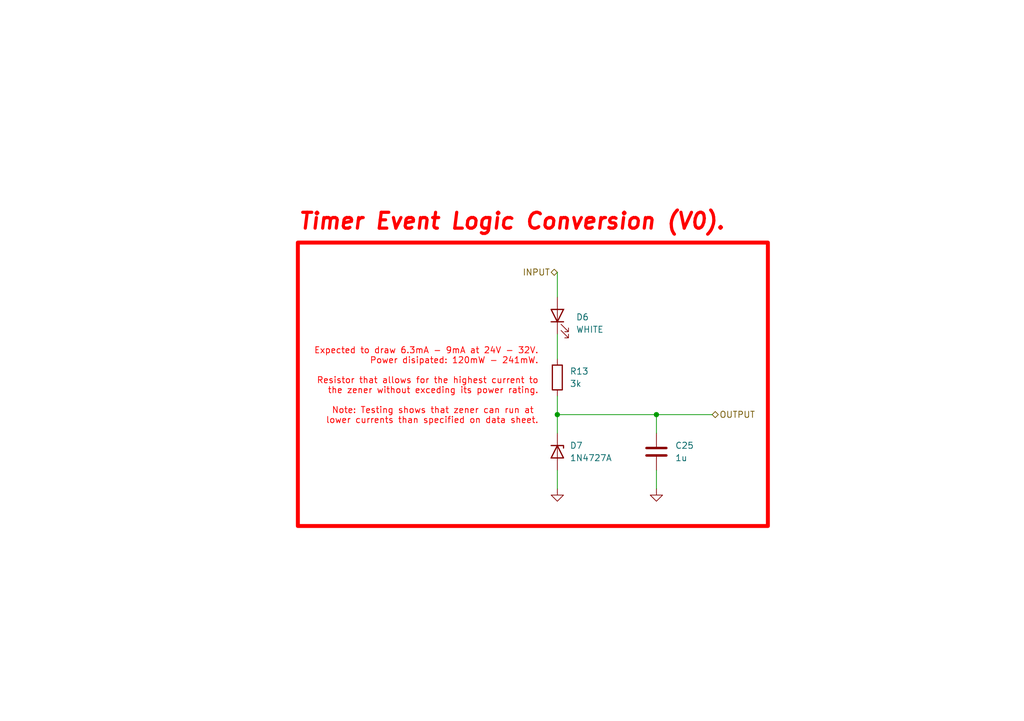
<source format=kicad_sch>
(kicad_sch (version 20250114) (generator "eeschema") (generator_version "9.0")
  (paper "A5")
  (lib_symbols
    (symbol "Device:C" (pin_numbers (hide yes)) (pin_names (offset 0.254))
      (property "Reference" "C" (at 0.635 2.54 0))
      (property "Value" "C" (at 0.635 -2.54 0))
      (symbol "C_0_1"
        (polyline (pts (xy -2.032 0.762) (xy 2.032 0.762)) (stroke (width 0.508)))
        (polyline (pts (xy -2.032 -0.762) (xy 2.032 -0.762)) (stroke (width 0.508)))
      )
      (symbol "C_1_1"
        (pin passive line (at 0 3.81 270) (length 2.794) (name "~") (number "1"))
        (pin passive line (at 0 -3.81 90) (length 2.794) (name "~") (number "2"))
      )
    )
    (symbol "Device:D_Zener" (pin_numbers (hide yes)) (pin_names (offset 1.016) (hide yes))
      (property "Reference" "D" (at 0 2.54 0))
      (property "Value" "D_Zener" (at 0 -2.54 0))
      (symbol "D_Zener_0_1"
        (polyline (pts (xy -1.27 -1.27) (xy -1.27 1.27) (xy -0.762 1.27)) (stroke (width 0.254)))
        (polyline (pts (xy 1.27 0) (xy -1.27 0)))
        (polyline (pts (xy 1.27 -1.27) (xy 1.27 1.27) (xy -1.27 0) (xy 1.27 -1.27)) (stroke (width 0.254)))
      )
      (symbol "D_Zener_1_1"
        (pin passive line (at -3.81 0 0) (length 2.54) (name "K") (number "1"))
        (pin passive line (at 3.81 0 180) (length 2.54) (name "A") (number "2"))
      )
    )
    (symbol "Device:LED" (pin_numbers (hide yes)) (pin_names (offset 1.016) (hide yes))
      (property "Reference" "D" (at 0 2.54 0))
      (property "Value" "LED" (at 0 -2.54 0))
      (symbol "LED_0_1"
        (polyline (pts (xy -3.048 -0.762) (xy -4.572 -2.286) (xy -3.81 -2.286) (xy -4.572 -2.286) (xy -4.572 -1.524)))
        (polyline (pts (xy -1.778 -0.762) (xy -3.302 -2.286) (xy -2.54 -2.286) (xy -3.302 -2.286) (xy -3.302 -1.524)))
        (polyline (pts (xy -1.27 0) (xy 1.27 0)))
        (polyline (pts (xy -1.27 -1.27) (xy -1.27 1.27)) (stroke (width 0.254)))
        (polyline (pts (xy 1.27 -1.27) (xy 1.27 1.27) (xy -1.27 0) (xy 1.27 -1.27)) (stroke (width 0.254)))
      )
      (symbol "LED_1_1"
        (pin passive line (at -3.81 0 0) (length 2.54) (name "K") (number "1"))
        (pin passive line (at 3.81 0 180) (length 2.54) (name "A") (number "2"))
      )
    )
    (symbol "Device:R" (pin_numbers (hide yes)) (pin_names (offset 0))
      (property "Reference" "R" (at 2.032 0 90))
      (property "Value" "R" (at 0 0 90))
      (symbol "R_0_1"
        (rectangle (start -1.016 -2.54) (end 1.016 2.54) (stroke (width 0.254)))
      )
      (symbol "R_1_1"
        (pin passive line (at 0 3.81 270) (length 1.27) (name "~") (number "1"))
        (pin passive line (at 0 -3.81 90) (length 1.27) (name "~") (number "2"))
      )
    )
    (symbol "power:GND" (power) (pin_numbers (hide yes)) (pin_names (offset 0) (hide yes))
      (property "Value" "GND" (at 0 -3.81 0))
      (symbol "GND_0_1"
        (polyline (pts (xy 0 0) (xy 0 -1.27) (xy 1.27 -1.27) (xy 0 -2.54) (xy -1.27 -1.27) (xy 0 -1.27)))
      )
      (symbol "GND_1_1"
        (pin power_in line (at 0 0 270) (length 0) (name "~") (number "1"))
      )
    )
  )
  (rectangle (start 61.087 49.784) (end 157.48 107.95) (stroke (width 0.8128) (color 255 0 0 1)))
  (text "Timer Event Logic Conversion (V0)." (at 60.96 47.498 0) (effects (font (size 3.2512 3.2512) (thickness 0.6502) (bold yes) (italic yes)) (justify left bottom)))
  (text "Expected to draw 6.3mA - 9mA at 24V - 32V.\nPower disipated: 120mW - 241mW.\n\nResistor that allows for the highest current to\nthe zener without exceding its power rating.\n\nNote: Testing shows that zener can run at \nlower currents than specified on data sheet." (at 110.49 79.248 0) (effects (font (size 1.27 1.27) (thickness 0.1588)) (justify right)))
  (junction (at 134.62 85.09))
  (junction (at 114.3 85.09))
  (wire (pts (xy 114.3 85.09) (xy 134.62 85.09)))
  (wire (pts (xy 114.3 68.58) (xy 114.3 73.66)))
  (wire (pts (xy 134.62 85.09) (xy 134.62 88.9)))
  (wire (pts (xy 134.62 96.52) (xy 134.62 100.33)))
  (wire (pts (xy 114.3 60.96) (xy 114.3 55.88)))
  (wire (pts (xy 114.3 81.28) (xy 114.3 85.09)))
  (wire (pts (xy 114.3 96.52) (xy 114.3 100.33)))
  (wire (pts (xy 134.62 85.09) (xy 146.05 85.09)))
  (wire (pts (xy 114.3 85.09) (xy 114.3 88.9)))
  (hierarchical_label "OUTPUT" (shape bidirectional) (at 146.05 85.09 0))
  (hierarchical_label "INPUT" (shape bidirectional) (at 114.3 55.88 180))
  (symbol (lib_id "Device:C") (at 134.62 92.71 0) (unit 1)
    (property "Reference" "C1" (at 138.43 91.4399 0) (effects (justify left)))
    (property "Value" "1u" (at 138.43 93.9799 0) (effects (justify left)))
    (property "Footprint" "Capacitor_SMD:C_1206_3216Metric_Pad1.33x1.80mm_HandSolder" (effects (hide yes)))
    (property "Description" "Unpolarized capacitor" (effects (hide yes)))
    (instances (project "VehiclePowerDistributionSystem" (path "" (reference "C25") (unit 1))) (project "MainPowerDistributionSystem" (path "" (reference "C1") (unit 1)) (path "" (reference "C20") (unit 1)) (path "" (reference "C21") (unit 1))))
  )
  (symbol (lib_id "power:GND") (at 114.3 100.33 0) (unit 1)
    (property "Reference" "#PWR056" (effects (hide yes)))
    (property "Value" "GND" (effects (hide yes)))
    (property "Description" "Power symbol creates a global label with name \"GND\" , ground" (effects (hide yes)))
    (instances (project "VehiclePowerDistributionSystem" (path "" (reference "#PWR014") (unit 1))) (project "MainPowerDistributionSystem" (path "" (reference "#PWR056") (unit 1)) (path "" (reference "#PWR078") (unit 1)) (path "" (reference "#PWR080") (unit 1))))
  )
  (symbol (lib_id "Device:LED") (at 114.3 64.77 90) (unit 1)
    (property "Reference" "D1" (at 118.11 65.0874 90) (effects (justify right)))
    (property "Value" "WHITE" (at 118.11 67.6274 90) (effects (justify right)))
    (property "Footprint" "LED_SMD:LED_1206_3216Metric_Pad1.42x1.75mm_HandSolder" (effects (hide yes)))
    (property "Description" "Light emitting diode" (effects (hide yes)))
    (property "Sim.Pins" "1=K 2=A" (effects (hide yes)))
    (instances (project "VehiclePowerDistributionSystem" (path "" (reference "D6") (unit 1))) (project "MainPowerDistributionSystem" (path "" (reference "D1") (unit 1)) (path "" (reference "D11") (unit 1)) (path "" (reference "D13") (unit 1))))
  )
  (symbol (lib_id "Device:R") (at 114.3 77.47 0) (unit 1)
    (property "Reference" "R2" (at 116.84 76.1999 0) (effects (justify left)))
    (property "Value" "3k" (at 116.84 78.7399 0) (effects (justify left)))
    (property "Footprint" "Resistor_SMD:R_1206_3216Metric_Pad1.30x1.75mm_HandSolder" (effects (hide yes)))
    (property "Description" "Resistor" (effects (hide yes)))
    (instances (project "VehiclePowerDistributionSystem" (path "" (reference "R13") (unit 1))) (project "MainPowerDistributionSystem" (path "" (reference "R2") (unit 1)) (path "" (reference "R15") (unit 1)) (path "" (reference "R16") (unit 1))))
  )
  (symbol (lib_id "power:GND") (at 134.62 100.33 0) (unit 1)
    (property "Reference" "#PWR057" (effects (hide yes)))
    (property "Value" "GND" (effects (hide yes)))
    (property "Description" "Power symbol creates a global label with name \"GND\" , ground" (effects (hide yes)))
    (instances (project "VehiclePowerDistributionSystem" (path "" (reference "#PWR015") (unit 1))) (project "MainPowerDistributionSystem" (path "" (reference "#PWR057") (unit 1)) (path "" (reference "#PWR079") (unit 1)) (path "" (reference "#PWR081") (unit 1))))
  )
  (symbol (lib_id "Device:D_Zener") (at 114.3 92.71 270) (unit 1)
    (property "Reference" "D2" (at 116.84 91.4399 90) (effects (justify left)))
    (property "Value" "1N4727A" (at 116.84 93.9799 90) (effects (justify left)))
    (property "Footprint" "Diode_THT:D_A-405_P7.62mm_Horizontal" (effects (hide yes)))
    (property "Description" "Zener diode" (effects (hide yes)))
    (instances (project "VehiclePowerDistributionSystem" (path "" (reference "D7") (unit 1))) (project "MainPowerDistributionSystem" (path "" (reference "D2") (unit 1)) (path "" (reference "D12") (unit 1)) (path "" (reference "D14") (unit 1))))
  )
)
</source>
